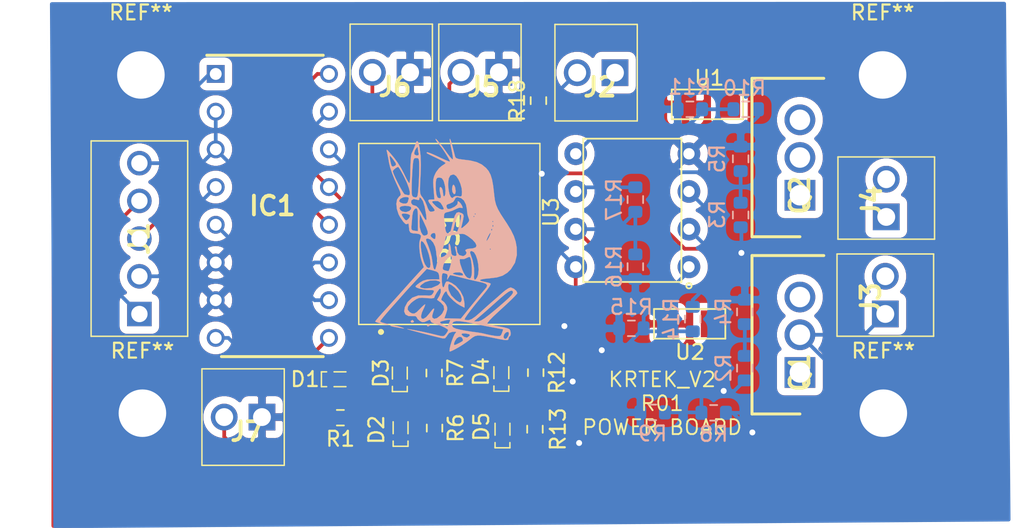
<source format=kicad_pcb>
(kicad_pcb (version 20171130) (host pcbnew "(5.1.10)-1")
  (title_block (title KRTEK_V2) (rev V01) (comment 4 "Author: William Cottier"))
  (layers (0 F.Cu signal) (31 B.Cu signal) (34 B.Paste user) (35 F.Paste user) (36 B.SilkS user) (37 F.SilkS user) (38 B.Mask user) (39 F.Mask user) (44 Edge.Cuts user))
  (net 0 "")
  (net 1 "Net-(D1-Pad2)")
  (net 2 GND)
  (net 3 "Net-(D2-Pad2)")
  (net 4 "Net-(D3-Pad2)")
  (net 5 "Net-(D4-Pad2)")
  (net 6 "Net-(D5-Pad2)")
  (net 7 PYRO1IN)
  (net 8 GNDIN)
  (net 9 PYRO2IN)
  (net 10 BUZZ1)
  (net 11 BUZZ2)
  (net 12 BUZZ2IN)
  (net 13 BUZZ1IN)
  (net 14 VCC)
  (net 15 OPTO2)
  (net 16 OPTO1)
  (net 17 PYRO1)
  (net 18 PYRO2)
  (net 19 VINSERVO2)
  (net 20 VINSERVO1)
  (net 21 "Net-(PS1-PadE1)")
  (net 22 "Net-(PS1-PadE2)")
  (net 23 "Net-(PS1-PadE5)")
  (net 24 FUSE1)
  (net 25 "Net-(Q1-Pad1)")
  (net 26 "Net-(Q2-Pad1)")
  (net 27 FUSE2)
  (net 28 AMP1)
  (net 29 AMP2)
  (net 30 "Net-(R14-Pad1)")
  (net 31 "Net-(R17-Pad1)")
  (net 32 PYROTERMIN)
  (module MountingHole:MountingHole_3.2mm_M3 (layer F.Cu) (at 98.5332 83.57)
    (fp_text reference REF** (at 0 -4.2) (layer F.SilkS))
    (fp_text value MountingHole_3.2mm_M3)
    (pad 1 np_thru_hole circle (at 0 0) (size 3.2 3.2) (drill 3.2) (layers *.Cu *.Mask))
  )
  (module MountingHole:MountingHole_3.2mm_M3 (layer F.Cu) (at 98.6348 106.3538)
    (fp_text reference REF** (at 0 -4.2) (layer F.SilkS))
    (fp_text value MountingHole_3.2mm_M3)
    (pad 1 np_thru_hole circle (at 0 0) (size 3.2 3.2) (drill 3.2) (layers *.Cu *.Mask))
  )
  (module MountingHole:MountingHole_3.2mm_M3 (layer F.Cu) (at 148.495 106.3538)
    (fp_text reference REF** (at 0 -4.2) (layer F.SilkS))
    (fp_text value MountingHole_3.2mm_M3)
    (pad 1 np_thru_hole circle (at 0 0) (size 3.2 3.2) (drill 3.2) (layers *.Cu *.Mask))
  )
  (module MountingHole:MountingHole_3.2mm_M3 (layer F.Cu) (at 148.4442 83.57)
    (fp_text reference REF** (at 0 -4.2) (layer F.SilkS))
    (fp_text value MountingHole_3.2mm_M3)
    (pad 1 np_thru_hole circle (at 0 0) (size 3.2 3.2) (drill 3.2) (layers *.Cu *.Mask))
  )
  (module SamacSys_Parts:TO254P483X1016X1994-3P (layer F.Cu) (at 142.8816 91.6726 90)
    (fp_text reference Q2 (at 0 0 90) (layer F.SilkS) (effects (font (size 1.27 1.27) (thickness 0.254))))
    (fp_text value IRL40B212 hide)
    (pad 1 thru_hole rect (at 0 0 90) (size 2.07 2.07) (drill 1.38) (layers *.Cu *.Mask) (net 26 "Net-(Q2-Pad1)"))
    (pad 2 thru_hole circle (at 2.54 0 90) (size 2.07 2.07) (drill 1.38) (layers *.Cu *.Mask) (net 18 PYRO2))
    (pad 3 thru_hole circle (at 5.08 0 90) (size 2.07 2.07) (drill 1.38) (layers *.Cu *.Mask) (net 27 FUSE2))
  )
  (module KRTEK_V2:b_smol_KRTEK_LOGO (layer B.Cu) (at 118.9548 94.9238 180)
    (fp_text reference G*** hide)
    (fp_text value LOGO hide)
  )
  (module SamacSys_Parts:DIP762W60P254L2030H430Q16N (layer F.Cu) (at 107.3785 92.3925)
    (fp_text reference IC1 (at 0 0) (layer F.SilkS) (effects (font (size 1.27 1.27) (thickness 0.254))))
    (fp_text value ILQ30 hide)
    (pad 1 thru_hole rect (at -3.81 -8.89) (size 1.2 1.2) (drill 0.8) (layers *.Cu *.Mask) (net 7 PYRO1IN))
    (pad 2 thru_hole circle (at -3.81 -6.35) (size 1.2 1.2) (drill 0.8) (layers *.Cu *.Mask) (net 8 GNDIN))
    (pad 3 thru_hole circle (at -3.81 -3.81) (size 1.2 1.2) (drill 0.8) (layers *.Cu *.Mask) (net 8 GNDIN))
    (pad 4 thru_hole circle (at -3.81 -1.27) (size 1.2 1.2) (drill 0.8) (layers *.Cu *.Mask) (net 9 PYRO2IN))
    (pad 5 thru_hole circle (at -3.81 1.27) (size 1.2 1.2) (drill 0.8) (layers *.Cu *.Mask) (net 10 BUZZ1))
    (pad 6 thru_hole circle (at -3.81 3.81) (size 1.2 1.2) (drill 0.8) (layers *.Cu *.Mask) (net 2 GND))
    (pad 7 thru_hole circle (at -3.81 6.35) (size 1.2 1.2) (drill 0.8) (layers *.Cu *.Mask) (net 2 GND))
    (pad 8 thru_hole circle (at -3.81 8.89) (size 1.2 1.2) (drill 0.8) (layers *.Cu *.Mask) (net 11 BUZZ2))
    (pad 9 thru_hole circle (at 3.81 8.89) (size 1.2 1.2) (drill 0.8) (layers *.Cu *.Mask) (net 12 BUZZ2IN))
    (pad 10 thru_hole circle (at 3.81 6.35) (size 1.2 1.2) (drill 0.8) (layers *.Cu *.Mask) (net 8 GNDIN))
    (pad 11 thru_hole circle (at 3.81 3.81) (size 1.2 1.2) (drill 0.8) (layers *.Cu *.Mask) (net 8 GNDIN))
    (pad 12 thru_hole circle (at 3.81 1.27) (size 1.2 1.2) (drill 0.8) (layers *.Cu *.Mask) (net 13 BUZZ1IN))
    (pad 13 thru_hole circle (at 3.81 -1.27) (size 1.2 1.2) (drill 0.8) (layers *.Cu *.Mask) (net 14 VCC))
    (pad 14 thru_hole circle (at 3.81 -3.81) (size 1.2 1.2) (drill 0.8) (layers *.Cu *.Mask) (net 15 OPTO2))
    (pad 15 thru_hole circle (at 3.81 -6.35) (size 1.2 1.2) (drill 0.8) (layers *.Cu *.Mask) (net 16 OPTO1))
    (pad 16 thru_hole circle (at 3.81 -8.89) (size 1.2 1.2) (drill 0.8) (layers *.Cu *.Mask) (net 14 VCC))
  )
  (module SamacSys_Parts:282834-2_1 (layer F.Cu) (at 116.65 83.3962 180)
    (fp_text reference J6 (at 1.016 -0.976) (layer F.SilkS) (effects (font (size 1.27 1.27) (thickness 0.254))))
    (fp_text value Servo1 hide)
    (pad 1 thru_hole rect (at 0 0 180) (size 1.8 1.8) (drill 1.2) (layers *.Cu *.Mask) (net 2 GND))
    (pad 2 thru_hole circle (at 2.54 0 180) (size 1.8 1.8) (drill 1.2) (layers *.Cu *.Mask) (net 20 VINSERVO1))
  )
  (module SamacSys_Parts:282834-2_1 (layer F.Cu) (at 130.4356 83.4176 180)
    (fp_text reference J2 (at 1.016 -0.976) (layer F.SilkS) (effects (font (size 1.27 1.27) (thickness 0.254))))
    (fp_text value ARM hide)
    (pad 1 thru_hole rect (at 0 0 180) (size 1.8 1.8) (drill 1.2) (layers *.Cu *.Mask) (net 32 PYROTERMIN))
    (pad 2 thru_hole circle (at 2.54 0 180) (size 1.8 1.8) (drill 1.2) (layers *.Cu *.Mask) (net 14 VCC))
  )
  (module SamacSys_Parts:282834-2_1 (layer F.Cu) (at 122.619 83.3962 180)
    (fp_text reference J5 (at 1.016 -0.976) (layer F.SilkS) (effects (font (size 1.27 1.27) (thickness 0.254))))
    (fp_text value Servo2 hide)
    (pad 2 thru_hole circle (at 2.54 0 180) (size 1.8 1.8) (drill 1.2) (layers *.Cu *.Mask) (net 19 VINSERVO2))
    (pad 1 thru_hole rect (at 0 0 180) (size 1.8 1.8) (drill 1.2) (layers *.Cu *.Mask) (net 2 GND))
  )
  (module SamacSys_Parts:282834-2_1 (layer F.Cu) (at 148.6916 93.1331 90)
    (fp_text reference J4 (at 1.016 -0.976 90) (layer F.SilkS) (effects (font (size 1.27 1.27) (thickness 0.254))))
    (fp_text value Pyro2 hide)
    (pad 1 thru_hole rect (at 0 0 90) (size 1.8 1.8) (drill 1.2) (layers *.Cu *.Mask) (net 18 PYRO2))
    (pad 2 thru_hole circle (at 2.54 0 90) (size 1.8 1.8) (drill 1.2) (layers *.Cu *.Mask) (net 32 PYROTERMIN))
  )
  (module SamacSys_Parts:282834-2_1 (layer F.Cu) (at 106.68 106.6165 180)
    (fp_text reference J7 (at 1.016 -0.976) (layer F.SilkS) (effects (font (size 1.27 1.27) (thickness 0.254))))
    (fp_text value Batt hide)
    (pad 2 thru_hole circle (at 2.54 0 180) (size 1.8 1.8) (drill 1.2) (layers *.Cu *.Mask) (net 14 VCC))
    (pad 1 thru_hole rect (at 0 0 180) (size 1.8 1.8) (drill 1.2) (layers *.Cu *.Mask) (net 2 GND))
  )
  (module SamacSys_Parts:2828345 (layer F.Cu) (at 98.4316 99.6736 90)
    (fp_text reference J1 (at 5.08 0 90) (layer F.SilkS) (effects (font (size 1.27 1.27) (thickness 0.254))))
    (fp_text value EXTIN hide)
    (pad 1 thru_hole rect (at 0 0 90) (size 1.65 1.65) (drill 1.1) (layers *.Cu *.Mask) (net 7 PYRO1IN))
    (pad 2 thru_hole circle (at 2.54 0 90) (size 1.65 1.65) (drill 1.1) (layers *.Cu *.Mask) (net 9 PYRO2IN))
    (pad 3 thru_hole circle (at 5.08 0 90) (size 1.65 1.65) (drill 1.1) (layers *.Cu *.Mask) (net 13 BUZZ1IN))
    (pad 4 thru_hole circle (at 7.62 0 90) (size 1.65 1.65) (drill 1.1) (layers *.Cu *.Mask) (net 12 BUZZ2IN))
    (pad 5 thru_hole circle (at 10.16 0 90) (size 1.65 1.65) (drill 1.1) (layers *.Cu *.Mask) (net 8 GNDIN))
  )
  (module SamacSys_Parts:282834-2_1 (layer F.Cu) (at 148.6281 99.6696 90)
    (fp_text reference J3 (at 1.016 -0.976 90) (layer F.SilkS) (effects (font (size 1.27 1.27) (thickness 0.254))))
    (fp_text value Pyro1 hide)
    (pad 2 thru_hole circle (at 2.54 0 90) (size 1.8 1.8) (drill 1.2) (layers *.Cu *.Mask) (net 32 PYROTERMIN))
    (pad 1 thru_hole rect (at 0 0 90) (size 1.8 1.8) (drill 1.2) (layers *.Cu *.Mask) (net 17 PYRO1))
  )
  (module KRTEK_V2:AS358AP-PDIP-8 (layer F.Cu) (at 131.604 92.6886 90)
    (fp_text reference U3 (at -0.127 -5.469 90) (layer F.SilkS))
    (fp_text value AS358AP)
    (pad 1 thru_hole circle (at -3.81 3.81 90) (size 1.524 1.524) (drill 0.762) (layers *.Cu *.Mask) (net 10 BUZZ1))
    (pad 2 thru_hole circle (at -1.27 3.81 90) (size 1.524 1.524) (drill 0.762) (layers *.Cu *.Mask) (net 30 "Net-(R14-Pad1)"))
    (pad 3 thru_hole circle (at 1.27 3.81 90) (size 1.524 1.524) (drill 0.762) (layers *.Cu *.Mask) (net 28 AMP1))
    (pad 4 thru_hole circle (at 3.81 3.81 90) (size 1.524 1.524) (drill 0.762) (layers *.Cu *.Mask) (net 2 GND))
    (pad 5 thru_hole circle (at 3.81 -3.81 90) (size 1.524 1.524) (drill 0.762) (layers *.Cu *.Mask) (net 29 AMP2))
    (pad 6 thru_hole circle (at 1.27 -3.81 90) (size 1.524 1.524) (drill 0.762) (layers *.Cu *.Mask) (net 31 "Net-(R17-Pad1)"))
    (pad 7 thru_hole circle (at -1.27 -3.81 90) (size 1.524 1.524) (drill 0.762) (layers *.Cu *.Mask) (net 11 BUZZ2))
    (pad 8 thru_hole circle (at -3.81 -3.81 90) (size 1.524 1.524) (drill 0.762) (layers *.Cu *.Mask) (net 14 VCC))
  )
  (module digikey-footprints:LED_2-SMD_No_Lead_1.7x0.8mm (layer F.Cu) (at 111.931 104.0678)
    (fp_text reference D1 (at -2.3488 0) (layer F.SilkS))
    (fp_text value RED)
    (pad 2 smd rect (at 0.75 0) (size 0.8 0.8) (layers F.Cu F.Paste F.Mask) (net 1 "Net-(D1-Pad2)"))
    (pad 1 smd rect (at -0.75 0) (size 0.8 0.8) (layers F.Cu F.Paste F.Mask) (net 2 GND))
  )
  (module digikey-footprints:LED_2-SMD_No_Lead_1.7x0.8mm (layer F.Cu) (at 116.0084 107.3324 90)
    (fp_text reference D2 (at -0.139 -1.6256 90) (layer F.SilkS))
    (fp_text value YELLOW)
    (pad 1 smd rect (at -0.75 0 90) (size 0.8 0.8) (layers F.Cu F.Paste F.Mask) (net 2 GND))
    (pad 2 smd rect (at 0.75 0 90) (size 0.8 0.8) (layers F.Cu F.Paste F.Mask) (net 3 "Net-(D2-Pad2)"))
  )
  (module digikey-footprints:LED_2-SMD_No_Lead_1.7x0.8mm (layer F.Cu) (at 115.9576 103.6494 90)
    (fp_text reference D3 (at -0.012 -1.27 90) (layer F.SilkS))
    (fp_text value YELLOW)
    (pad 2 smd rect (at 0.75 0 90) (size 0.8 0.8) (layers F.Cu F.Paste F.Mask) (net 4 "Net-(D3-Pad2)"))
    (pad 1 smd rect (at -0.75 0 90) (size 0.8 0.8) (layers F.Cu F.Paste F.Mask) (net 2 GND))
  )
  (module digikey-footprints:LED_2-SMD_No_Lead_1.7x0.8mm (layer F.Cu) (at 122.7902 103.624 90)
    (fp_text reference D4 (at 0.0642 -1.3716 90) (layer F.SilkS))
    (fp_text value GREEN)
    (pad 1 smd rect (at -0.75 0 90) (size 0.8 0.8) (layers F.Cu F.Paste F.Mask) (net 2 GND))
    (pad 2 smd rect (at 0.75 0 90) (size 0.8 0.8) (layers F.Cu F.Paste F.Mask) (net 5 "Net-(D4-Pad2)"))
  )
  (module digikey-footprints:LED_2-SMD_No_Lead_1.7x0.8mm (layer F.Cu) (at 122.8664 107.434 90)
    (fp_text reference D5 (at 0.1658 -1.4224 90) (layer F.SilkS))
    (fp_text value GREEN)
    (pad 2 smd rect (at 0.75 0 90) (size 0.8 0.8) (layers F.Cu F.Paste F.Mask) (net 6 "Net-(D5-Pad2)"))
    (pad 1 smd rect (at -0.75 0 90) (size 0.8 0.8) (layers F.Cu F.Paste F.Mask) (net 2 GND))
  )
  (module SamacSys_Parts:RPM5060 (layer F.Cu) (at 119.289 94.2808 90)
    (fp_text reference PS1 (at -0.303 0 90) (layer F.SilkS) (effects (font (size 1.27 1.27) (thickness 0.254))))
    (fp_text value RPM5.0-6.0 hide)
    (pad A1 smd rect (at -4.58 -4.58 180) (size 1.06 1.06) (layers F.Cu F.Paste F.Mask) (net 14 VCC))
    (pad A2 smd rect (at -2.29 -4.58 180) (size 1.06 1.06) (layers F.Cu F.Paste F.Mask) (net 14 VCC))
    (pad A3 smd rect (at 0 -4.58 180) (size 1.06 1.06) (layers F.Cu F.Paste F.Mask) (net 2 GND))
    (pad A4 smd rect (at 2.29 -4.58 180) (size 1.06 1.06) (layers F.Cu F.Paste F.Mask) (net 2 GND))
    (pad A5 smd rect (at 4.58 -4.58 180) (size 1.06 1.06) (layers F.Cu F.Paste F.Mask) (net 20 VINSERVO1))
    (pad B1 smd rect (at -4.58 -2.29 180) (size 1.06 1.06) (layers F.Cu F.Paste F.Mask) (net 2 GND))
    (pad B2 smd rect (at -2.29 -2.29 180) (size 1.06 1.06) (layers F.Cu F.Paste F.Mask) (net 2 GND))
    (pad B3 smd rect (at 0 -2.29 180) (size 1.06 1.06) (layers F.Cu F.Paste F.Mask) (net 2 GND))
    (pad B4 smd rect (at 2.29 -2.29 180) (size 1.06 1.06) (layers F.Cu F.Paste F.Mask) (net 2 GND))
    (pad B5 smd rect (at 4.58 -2.29 180) (size 1.06 1.06) (layers F.Cu F.Paste F.Mask) (net 19 VINSERVO2))
    (pad C1 smd rect (at -4.58 0 180) (size 1.06 1.06) (layers F.Cu F.Paste F.Mask) (net 14 VCC))
    (pad C2 smd rect (at -2.29 0 180) (size 1.06 1.06) (layers F.Cu F.Paste F.Mask) (net 2 GND))
    (pad C3 smd rect (at 0 0 180) (size 1.06 1.06) (layers F.Cu F.Paste F.Mask) (net 2 GND))
    (pad C4 smd rect (at 2.29 0 180) (size 1.06 1.06) (layers F.Cu F.Paste F.Mask) (net 2 GND))
    (pad C5 smd rect (at 4.58 0 180) (size 1.06 1.06) (layers F.Cu F.Paste F.Mask) (net 19 VINSERVO2))
    (pad D1 smd rect (at -4.58 2.29 180) (size 1.06 1.06) (layers F.Cu F.Paste F.Mask) (net 14 VCC))
    (pad D2 smd rect (at -2.29 2.29 180) (size 1.06 1.06) (layers F.Cu F.Paste F.Mask) (net 2 GND))
    (pad D3 smd rect (at 0 2.29 180) (size 1.06 1.06) (layers F.Cu F.Paste F.Mask) (net 2 GND))
    (pad D4 smd rect (at 2.29 2.29 180) (size 1.06 1.06) (layers F.Cu F.Paste F.Mask) (net 2 GND))
    (pad D5 smd rect (at 4.58 2.29 180) (size 1.06 1.06) (layers F.Cu F.Paste F.Mask) (net 2 GND))
    (pad E1 smd rect (at -4.58 4.58 180) (size 1.06 1.06) (layers F.Cu F.Paste F.Mask) (net 21 "Net-(PS1-PadE1)"))
    (pad E2 smd rect (at -2.29 4.58 180) (size 1.06 1.06) (layers F.Cu F.Paste F.Mask) (net 22 "Net-(PS1-PadE2)"))
    (pad E3 smd rect (at 0 4.58 180) (size 1.06 1.06) (layers F.Cu F.Paste F.Mask) (net 2 GND))
    (pad E4 smd rect (at 2.29 4.58 180) (size 1.06 1.06) (layers F.Cu F.Paste F.Mask) (net 2 GND))
    (pad E5 smd rect (at 4.58 4.58 180) (size 1.06 1.06) (layers F.Cu F.Paste F.Mask) (net 23 "Net-(PS1-PadE5)"))
  )
  (module SamacSys_Parts:TO254P483X1016X1994-3P (layer F.Cu) (at 142.8816 103.6106 90)
    (fp_text reference Q1 (at 0 0 90) (layer F.SilkS) (effects (font (size 1.27 1.27) (thickness 0.254))))
    (fp_text value IRL40B212 hide)
    (pad 3 thru_hole circle (at 5.08 0 90) (size 2.07 2.07) (drill 1.38) (layers *.Cu *.Mask) (net 24 FUSE1))
    (pad 2 thru_hole circle (at 2.54 0 90) (size 2.07 2.07) (drill 1.38) (layers *.Cu *.Mask) (net 17 PYRO1))
    (pad 1 thru_hole rect (at 0 0 90) (size 2.07 2.07) (drill 1.38) (layers *.Cu *.Mask) (net 25 "Net-(Q1-Pad1)"))
  )
  (module KRTEK_V2:SF-1206HH10M-2 (layer F.Cu) (at 136.6568 85.5512 180)
    (fp_text reference U1 (at -0.127 1.778) (layer F.SilkS))
    (fp_text value SF-1206HH10M-2)
    (pad 1 smd rect (at -1.475 0 180) (size 1.45 1.8) (layers F.Cu F.Paste F.Mask) (net 27 FUSE2))
    (pad 2 smd rect (at 1.475 0 180) (size 1.45 1.8) (layers F.Cu F.Paste F.Mask) (net 2 GND))
  )
  (module KRTEK_V2:SF-1206HH10M-2 (layer F.Cu) (at 135.463 100.334 180)
    (fp_text reference U2 (at -0.0236 -1.905) (layer F.SilkS))
    (fp_text value SF-1206HH10M-2)
    (pad 2 smd rect (at 1.475 0 180) (size 1.45 1.8) (layers F.Cu F.Paste F.Mask) (net 2 GND))
    (pad 1 smd rect (at -1.475 0 180) (size 1.45 1.8) (layers F.Cu F.Paste F.Mask) (net 24 FUSE1))
  )
  (module Resistor_SMD:R_0603_1608Metric (layer F.Cu) (at 111.9566 106.6586 180)
    (fp_text reference R1 (at 0 -1.43) (layer F.SilkS))
    (fp_text value 740)
    (pad 2 smd roundrect (at 0.825 0 180) (size 0.8 0.95) (layers F.Cu F.Paste F.Mask) (net 14 VCC))
    (pad 1 smd roundrect (at -0.825 0 180) (size 0.8 0.95) (layers F.Cu F.Paste F.Mask) (net 1 "Net-(D1-Pad2)"))
  )
  (module Resistor_SMD:R_0603_1608Metric (layer B.Cu) (at 139.1732 103.318 270)
    (fp_text reference R2 (at 0 1.43 90) (layer B.SilkS) (effects (justify mirror)))
    (fp_text value 500)
    (pad 2 smd roundrect (at 0.825 0 270) (size 0.8 0.95) (layers B.Cu B.Paste B.Mask) (net 16 OPTO1))
    (pad 1 smd roundrect (at -0.825 0 270) (size 0.8 0.95) (layers B.Cu B.Paste B.Mask) (net 25 "Net-(Q1-Pad1)"))
  )
  (module Resistor_SMD:R_0603_1608Metric (layer B.Cu) (at 138.8938 93.0056 270)
    (fp_text reference R3 (at -0.0376 1.5748 90) (layer B.SilkS) (effects (justify mirror)))
    (fp_text value 500)
    (pad 2 smd roundrect (at 0.825 0 270) (size 0.8 0.95) (layers B.Cu B.Paste B.Mask) (net 15 OPTO2))
    (pad 1 smd roundrect (at -0.825 0 270) (size 0.8 0.95) (layers B.Cu B.Paste B.Mask) (net 26 "Net-(Q2-Pad1)"))
  )
  (module Resistor_SMD:R_0603_1608Metric (layer B.Cu) (at 139.1732 99.5334 270)
    (fp_text reference R4 (at 0 1.43 90) (layer B.SilkS) (effects (justify mirror)))
    (fp_text value 10k)
    (pad 1 smd roundrect (at -0.825 0 270) (size 0.8 0.95) (layers B.Cu B.Paste B.Mask) (net 2 GND))
    (pad 2 smd roundrect (at 0.825 0 270) (size 0.8 0.95) (layers B.Cu B.Paste B.Mask) (net 25 "Net-(Q1-Pad1)"))
  )
  (module Resistor_SMD:R_0603_1608Metric (layer B.Cu) (at 138.8938 89.221 270)
    (fp_text reference R5 (at -0.0122 1.5748 90) (layer B.SilkS) (effects (justify mirror)))
    (fp_text value 10k)
    (pad 1 smd roundrect (at -0.825 0 270) (size 0.8 0.95) (layers B.Cu B.Paste B.Mask) (net 2 GND))
    (pad 2 smd roundrect (at 0.825 0 270) (size 0.8 0.95) (layers B.Cu B.Paste B.Mask) (net 26 "Net-(Q2-Pad1)"))
  )
  (module Resistor_SMD:R_0603_1608Metric (layer F.Cu) (at 118.2944 107.3566 270)
    (fp_text reference R6 (at 0 -1.43 90) (layer F.SilkS))
    (fp_text value 740)
    (pad 1 smd roundrect (at -0.825 0 270) (size 0.8 0.95) (layers F.Cu F.Paste F.Mask) (net 3 "Net-(D2-Pad2)"))
    (pad 2 smd roundrect (at 0.825 0 270) (size 0.8 0.95) (layers F.Cu F.Paste F.Mask) (net 17 PYRO1))
  )
  (module Resistor_SMD:R_0603_1608Metric (layer F.Cu) (at 118.269 103.6482 270)
    (fp_text reference R7 (at 0 -1.43 90) (layer F.SilkS))
    (fp_text value 740)
    (pad 2 smd roundrect (at 0.825 0 270) (size 0.8 0.95) (layers F.Cu F.Paste F.Mask) (net 18 PYRO2))
    (pad 1 smd roundrect (at -0.825 0 270) (size 0.8 0.95) (layers F.Cu F.Paste F.Mask) (net 4 "Net-(D3-Pad2)"))
  )
  (module Resistor_SMD:R_0603_1608Metric (layer B.Cu) (at 137.0772 106.3284)
    (fp_text reference R8 (at 0 1.43) (layer B.SilkS) (effects (justify mirror)))
    (fp_text value 34k)
    (pad 2 smd roundrect (at 0.825 0) (size 0.8 0.95) (layers B.Cu B.Paste B.Mask) (net 17 PYRO1))
    (pad 1 smd roundrect (at -0.825 0) (size 0.8 0.95) (layers B.Cu B.Paste B.Mask) (net 28 AMP1))
  )
  (module Resistor_SMD:R_0603_1608Metric (layer B.Cu) (at 132.9695 106.299)
    (fp_text reference R9 (at 0 1.43) (layer B.SilkS) (effects (justify mirror)))
    (fp_text value 66k)
    (pad 1 smd roundrect (at -0.825 0) (size 0.8 0.95) (layers B.Cu B.Paste B.Mask) (net 2 GND))
    (pad 2 smd roundrect (at 0.825 0) (size 0.8 0.95) (layers B.Cu B.Paste B.Mask) (net 28 AMP1))
  )
  (module Resistor_SMD:R_0603_1608Metric (layer B.Cu) (at 139.2362 85.8814)
    (fp_text reference R10 (at -0.0884 -1.4224) (layer B.SilkS) (effects (justify mirror)))
    (fp_text value 34k)
    (pad 2 smd roundrect (at 0.825 0) (size 0.8 0.95) (layers B.Cu B.Paste B.Mask) (net 18 PYRO2))
    (pad 1 smd roundrect (at -0.825 0) (size 0.8 0.95) (layers B.Cu B.Paste B.Mask) (net 29 AMP2))
  )
  (module Resistor_SMD:R_0603_1608Metric (layer B.Cu) (at 135.478 85.8814)
    (fp_text reference R11 (at -0.0132 -1.4986) (layer B.SilkS) (effects (justify mirror)))
    (fp_text value 66k)
    (pad 1 smd roundrect (at -0.825 0) (size 0.8 0.95) (layers B.Cu B.Paste B.Mask) (net 2 GND))
    (pad 2 smd roundrect (at 0.825 0) (size 0.8 0.95) (layers B.Cu B.Paste B.Mask) (net 29 AMP2))
  )
  (module Resistor_SMD:R_0603_1608Metric (layer F.Cu) (at 125.1016 103.6228 270)
    (fp_text reference R12 (at 0 -1.43 90) (layer F.SilkS))
    (fp_text value 740)
    (pad 2 smd roundrect (at 0.825 0 270) (size 0.8 0.95) (layers F.Cu F.Paste F.Mask) (net 10 BUZZ1))
    (pad 1 smd roundrect (at -0.825 0 270) (size 0.8 0.95) (layers F.Cu F.Paste F.Mask) (net 5 "Net-(D4-Pad2)"))
  )
  (module Resistor_SMD:R_0603_1608Metric (layer F.Cu) (at 125.0508 107.4328 270)
    (fp_text reference R13 (at 0.002 -1.5494 90) (layer F.SilkS))
    (fp_text value 740)
    (pad 1 smd roundrect (at -0.825 0 270) (size 0.8 0.95) (layers F.Cu F.Paste F.Mask) (net 6 "Net-(D5-Pad2)"))
    (pad 2 smd roundrect (at 0.825 0 270) (size 0.8 0.95) (layers F.Cu F.Paste F.Mask) (net 11 BUZZ2))
  )
  (module Resistor_SMD:R_0603_1608Metric (layer B.Cu) (at 135.668 100.016 270)
    (fp_text reference R14 (at 0 1.43 90) (layer B.SilkS) (effects (justify mirror)))
    (fp_text value 10k)
    (pad 1 smd roundrect (at -0.825 0 270) (size 0.8 0.95) (layers B.Cu B.Paste B.Mask) (net 30 "Net-(R14-Pad1)"))
    (pad 2 smd roundrect (at 0.825 0 270) (size 0.8 0.95) (layers B.Cu B.Paste B.Mask) (net 10 BUZZ1))
  )
  (module Resistor_SMD:R_0603_1608Metric (layer B.Cu) (at 131.54 100.6388 180)
    (fp_text reference R15 (at 0 1.43) (layer B.SilkS) (effects (justify mirror)))
    (fp_text value 10k)
    (pad 2 smd roundrect (at 0.825 0 180) (size 0.8 0.95) (layers B.Cu B.Paste B.Mask) (net 2 GND))
    (pad 1 smd roundrect (at -0.825 0 180) (size 0.8 0.95) (layers B.Cu B.Paste B.Mask) (net 10 BUZZ1))
  )
  (module Resistor_SMD:R_0603_1608Metric (layer B.Cu) (at 131.8072 96.4854 270)
    (fp_text reference R16 (at 0 1.43 90) (layer B.SilkS) (effects (justify mirror)))
    (fp_text value 10k)
    (pad 1 smd roundrect (at -0.825 0 270) (size 0.8 0.95) (layers B.Cu B.Paste B.Mask) (net 11 BUZZ2))
    (pad 2 smd roundrect (at 0.825 0 270) (size 0.8 0.95) (layers B.Cu B.Paste B.Mask) (net 2 GND))
  )
  (module Resistor_SMD:R_0603_1608Metric (layer B.Cu) (at 131.8072 91.9652 270)
    (fp_text reference R17 (at 0 1.43 90) (layer B.SilkS) (effects (justify mirror)))
    (fp_text value 10k)
    (pad 2 smd roundrect (at 0.825 0 270) (size 0.8 0.95) (layers B.Cu B.Paste B.Mask) (net 11 BUZZ2))
    (pad 1 smd roundrect (at -0.825 0 270) (size 0.8 0.95) (layers B.Cu B.Paste B.Mask) (net 31 "Net-(R17-Pad1)"))
  )
  (module Resistor_SMD:R_0603_1608Metric (layer F.Cu) (at 125.286 85.3012 90)
    (fp_text reference R18 (at 0 -1.43 90) (layer F.SilkS))
    (fp_text value 681k)
    (pad 1 smd roundrect (at -0.825 0 90) (size 0.8 0.95) (layers F.Cu F.Paste F.Mask) (net 23 "Net-(PS1-PadE5)"))
    (pad 2 smd roundrect (at 0.825 0 90) (size 0.8 0.95) (layers F.Cu F.Paste F.Mask) (net 2 GND))
  )
  (gr_text "KRTEK_V2\nR01\nPOWER BOARD" (at 133.6106 105.6934) (layer F.SilkS) (effects (font (size 1 1) (thickness 0.125))))
  (segment (start 112.7816 104.1684) (end 112.681 104.0678) (width 0.25) (layer F.Cu) (net 1))
  (segment (start 112.7816 106.6586) (end 112.7816 104.1684) (width 0.25) (layer F.Cu) (net 1))
  (segment (start 118.2436 106.5824) (end 118.2944 106.5316) (width 0.25) (layer F.Cu) (net 3))
  (segment (start 116.0084 106.5824) (end 118.2436 106.5824) (width 0.25) (layer F.Cu) (net 3))
  (segment (start 118.1928 102.8994) (end 118.269 102.8232) (width 0.25) (layer F.Cu) (net 4))
  (segment (start 115.9576 102.8994) (end 118.1928 102.8994) (width 0.25) (layer F.Cu) (net 4))
  (segment (start 122.8664 102.7978) (end 122.7902 102.874) (width 0.25) (layer F.Cu) (net 5))
  (segment (start 125.1016 102.7978) (end 122.8664 102.7978) (width 0.25) (layer F.Cu) (net 5))
  (segment (start 124.9746 106.684) (end 125.0508 106.6078) (width 0.25) (layer F.Cu) (net 6))
  (segment (start 122.8664 106.684) (end 124.9746 106.684) (width 0.25) (layer F.Cu) (net 6))
  (segment (start 103.5685 83.5025) (end 103.1473 83.5025) (width 0.25) (layer B.Cu) (net 7))
  (segment (start 103.1473 83.5025) (end 99.727 86.9228) (width 0.25) (layer B.Cu) (net 7))
  (segment (start 99.727 86.9228) (end 98.3808 86.9228) (width 0.25) (layer B.Cu) (net 7))
  (segment (start 98.3808 86.9228) (end 96.552 88.7516) (width 0.25) (layer B.Cu) (net 7))
  (segment (start 96.552 97.794) (end 98.4316 99.6736) (width 0.25) (layer B.Cu) (net 7))
  (segment (start 96.552 88.7516) (end 96.552 97.794) (width 0.25) (layer B.Cu) (net 7))
  (segment (start 102.6374 89.5136) (end 103.5685 88.5825) (width 0.25) (layer B.Cu) (net 8))
  (segment (start 98.4316 89.5136) (end 102.6374 89.5136) (width 0.25) (layer B.Cu) (net 8))
  (segment (start 103.5685 88.5825) (end 103.5685 86.0425) (width 0.25) (layer B.Cu) (net 8))
  (segment (start 111.1885 98.7425) (end 110.2259 98.7425) (width 0.25) (layer B.Cu) (net 8))
  (segment (start 107.3978 92.4118) (end 103.5685 88.5825) (width 0.25) (layer B.Cu) (net 8))
  (segment (start 107.3978 95.9144) (end 107.3978 92.4118) (width 0.25) (layer B.Cu) (net 8))
  (segment (start 111.1885 96.2025) (end 110.2085 96.2025) (width 0.25) (layer B.Cu) (net 8))
  (segment (start 110.2085 96.2025) (end 108.9472 97.4638) (width 0.25) (layer B.Cu) (net 8))
  (segment (start 108.9472 97.4638) (end 107.3978 95.9144) (width 0.25) (layer B.Cu) (net 8))
  (segment (start 110.2259 98.7425) (end 108.9472 97.4638) (width 0.25) (layer B.Cu) (net 8))
  (segment (start 98.4316 97.1336) (end 99.727 97.1336) (width 0.25) (layer B.Cu) (net 9))
  (segment (start 99.727 97.1336) (end 101.4288 95.4318) (width 0.25) (layer B.Cu) (net 9))
  (segment (start 101.4288 93.2622) (end 103.5685 91.1225) (width 0.25) (layer B.Cu) (net 9))
  (segment (start 101.4288 95.4318) (end 101.4288 93.2622) (width 0.25) (layer B.Cu) (net 9))
  (via (at 127.5908 104.2202) (size 0.8) (drill 0.4) (layers F.Cu B.Cu) (net 10))
  (segment (start 132.5672 100.841) (end 132.365 100.6388) (width 0.25) (layer B.Cu) (net 10))
  (segment (start 135.668 100.841) (end 132.5672 100.841) (width 0.25) (layer B.Cu) (net 10))
  (segment (start 132.365 100.6388) (end 132.365 99.827) (width 0.25) (layer B.Cu) (net 10))
  (segment (start 135.414 96.778) (end 135.414 96.4986) (width 0.25) (layer B.Cu) (net 10))
  (segment (start 132.365 99.827) (end 135.414 96.778) (width 0.25) (layer B.Cu) (net 10))
  (segment (start 127.3632 104.4478) (end 127.5908 104.2202) (width 0.25) (layer F.Cu) (net 10))
  (segment (start 125.1016 104.4478) (end 127.3632 104.4478) (width 0.25) (layer F.Cu) (net 10))
  (segment (start 128.7836 104.2202) (end 132.365 100.6388) (width 0.25) (layer B.Cu) (net 10))
  (segment (start 127.5908 104.2202) (end 128.7836 104.2202) (width 0.25) (layer B.Cu) (net 10))
  (segment (start 103.5685 93.6625) (end 108.1852 98.2792) (width 0.25) (layer B.Cu) (net 10))
  (segment (start 108.1852 98.2792) (end 108.1852 101.096) (width 0.25) (layer B.Cu) (net 10))
  (segment (start 111.3094 104.2202) (end 127.5908 104.2202) (width 0.25) (layer B.Cu) (net 10))
  (segment (start 108.1852 101.096) (end 111.3094 104.2202) (width 0.25) (layer B.Cu) (net 10))
  (via (at 128.0226 108.3604) (size 0.8) (drill 0.4) (layers F.Cu B.Cu) (net 11))
  (segment (start 131.8072 95.6604) (end 131.8072 92.7902) (width 0.25) (layer B.Cu) (net 11))
  (segment (start 130.6388 93.9586) (end 131.8072 92.7902) (width 0.25) (layer B.Cu) (net 11))
  (segment (start 127.794 93.9586) (end 130.6388 93.9586) (width 0.25) (layer B.Cu) (net 11))
  (segment (start 127.92 108.2578) (end 128.0226 108.3604) (width 0.25) (layer F.Cu) (net 11))
  (segment (start 125.0508 108.2578) (end 127.92 108.2578) (width 0.25) (layer F.Cu) (net 11))
  (segment (start 111.494928 108.3604) (end 128.0226 108.3604) (width 0.25) (layer B.Cu) (net 11))
  (segment (start 104.417028 101.2825) (end 111.494928 108.3604) (width 0.25) (layer B.Cu) (net 11))
  (segment (start 103.5685 101.2825) (end 104.417028 101.2825) (width 0.25) (layer B.Cu) (net 11))
  (segment (start 127.794 93.9586) (end 129.318 95.4826) (width 0.25) (layer F.Cu) (net 11))
  (segment (start 129.318 95.4826) (end 129.318 99.5466) (width 0.25) (layer F.Cu) (net 11))
  (segment (start 128.821599 107.561401) (end 128.0226 108.3604) (width 0.25) (layer F.Cu) (net 11))
  (segment (start 128.821599 100.043001) (end 128.821599 107.561401) (width 0.25) (layer F.Cu) (net 11))
  (segment (start 129.318 99.5466) (end 128.821599 100.043001) (width 0.25) (layer F.Cu) (net 11))
  (segment (start 98.4316 92.0536) (end 96.5774 93.9078) (width 0.25) (layer F.Cu) (net 12))
  (segment (start 96.5774 93.9078) (end 96.5774 101.5024) (width 0.25) (layer F.Cu) (net 12))
  (segment (start 96.5774 101.5024) (end 97.9236 102.8486) (width 0.25) (layer F.Cu) (net 12))
  (segment (start 109.6224 102.8486) (end 111.1885 101.2825) (width 0.25) (layer F.Cu) (net 12))
  (segment (start 97.9236 102.8486) (end 109.6224 102.8486) (width 0.25) (layer F.Cu) (net 12))
  (segment (start 98.4316 94.5936) (end 100.6414 92.3838) (width 0.25) (layer F.Cu) (net 13))
  (segment (start 109.9098 92.3838) (end 111.1885 93.6625) (width 0.25) (layer F.Cu) (net 13))
  (segment (start 100.6414 92.3838) (end 109.9098 92.3838) (width 0.25) (layer F.Cu) (net 13))
  (segment (start 111.1885 91.1225) (end 113.1382 93.0722) (width 0.25) (layer F.Cu) (net 14))
  (segment (start 113.1382 95) (end 114.709 96.5708) (width 0.25) (layer F.Cu) (net 14))
  (segment (start 113.1382 93.0722) (end 113.1382 95) (width 0.25) (layer F.Cu) (net 14))
  (segment (start 114.709 96.5708) (end 114.709 98.8608) (width 0.25) (layer F.Cu) (net 14))
  (segment (start 127.794 96.4986) (end 127.794 98.0226) (width 0.25) (layer F.Cu) (net 14))
  (segment (start 127.794 98.0226) (end 125.5842 100.2324) (width 0.25) (layer F.Cu) (net 14))
  (segment (start 122.9506 100.2324) (end 121.579 98.8608) (width 0.25) (layer F.Cu) (net 14))
  (segment (start 125.5842 100.2324) (end 122.9506 100.2324) (width 0.25) (layer F.Cu) (net 14))
  (segment (start 121.579 98.8608) (end 119.289 98.8608) (width 0.25) (layer F.Cu) (net 14))
  (segment (start 119.289 98.8608) (end 119.289 99.0854) (width 0.25) (layer F.Cu) (net 14))
  (segment (start 119.289 99.0854) (end 118.269 100.1054) (width 0.25) (layer F.Cu) (net 14))
  (segment (start 115.9536 100.1054) (end 114.709 98.8608) (width 0.25) (layer F.Cu) (net 14))
  (segment (start 118.269 100.1054) (end 115.9536 100.1054) (width 0.25) (layer F.Cu) (net 14))
  (segment (start 104.14 106.6165) (end 104.14 107.9474) (width 0.25) (layer F.Cu) (net 14))
  (segment (start 104.14 107.9474) (end 104.9594 108.7668) (width 0.25) (layer F.Cu) (net 14))
  (segment (start 109.0234 108.7668) (end 111.1316 106.6586) (width 0.25) (layer F.Cu) (net 14))
  (segment (start 104.9594 108.7668) (end 109.0234 108.7668) (width 0.25) (layer F.Cu) (net 14))
  (segment (start 109.0234 108.7668) (end 112.9096 108.7668) (width 0.25) (layer F.Cu) (net 14))
  (segment (start 112.9096 108.7668) (end 114.3574 107.319) (width 0.25) (layer F.Cu) (net 14))
  (segment (start 114.3574 107.319) (end 114.3574 101.6548) (width 0.25) (layer F.Cu) (net 14))
  (segment (start 114.709 101.3032) (end 114.709 98.8608) (width 0.25) (layer F.Cu) (net 14))
  (segment (start 114.3574 101.6548) (end 114.709 101.3032) (width 0.25) (layer F.Cu) (net 14))
  (segment (start 127.794 96.4986) (end 126.4732 95.1778) (width 0.25) (layer B.Cu) (net 14))
  (segment (start 126.4732 84.84) (end 127.8956 83.4176) (width 0.25) (layer B.Cu) (net 14))
  (segment (start 126.4732 95.1778) (end 126.4732 84.84) (width 0.25) (layer B.Cu) (net 14))
  (segment (start 111.1885 91.1225) (end 109.0742 89.0082) (width 0.25) (layer F.Cu) (net 14))
  (segment (start 109.0742 89.0082) (end 109.0742 84.84) (width 0.25) (layer F.Cu) (net 14))
  (segment (start 110.4117 83.5025) (end 111.1885 83.5025) (width 0.25) (layer F.Cu) (net 14))
  (segment (start 109.0742 84.84) (end 110.4117 83.5025) (width 0.25) (layer F.Cu) (net 14))
  (via (at 125.508 90.2248) (size 0.8) (drill 0.4) (layers F.Cu B.Cu) (net 15))
  (via (at 138.9446 95.5588) (size 0.8) (drill 0.4) (layers F.Cu B.Cu) (net 15))
  (segment (start 138.9446 93.8814) (end 138.8938 93.8306) (width 0.25) (layer B.Cu) (net 15))
  (segment (start 138.9446 95.5588) (end 138.9446 93.8814) (width 0.25) (layer B.Cu) (net 15))
  (segment (start 125.5334 90.1994) (end 125.508 90.2248) (width 0.25) (layer F.Cu) (net 15))
  (segment (start 130.046038 90.1994) (end 125.5334 90.1994) (width 0.25) (layer F.Cu) (net 15))
  (segment (start 135.126038 95.2794) (end 130.046038 90.1994) (width 0.25) (layer F.Cu) (net 15))
  (segment (start 136.7856 95.2794) (end 135.126038 95.2794) (width 0.25) (layer F.Cu) (net 15))
  (segment (start 137.065 95.5588) (end 136.7856 95.2794) (width 0.25) (layer F.Cu) (net 15))
  (segment (start 138.9446 95.5588) (end 137.065 95.5588) (width 0.25) (layer F.Cu) (net 15))
  (segment (start 112.8308 90.2248) (end 111.1885 88.5825) (width 0.25) (layer B.Cu) (net 15))
  (segment (start 125.508 90.2248) (end 112.8308 90.2248) (width 0.25) (layer B.Cu) (net 15))
  (via (at 129.5466 102.112) (size 0.8) (drill 0.4) (layers F.Cu B.Cu) (net 16))
  (via (at 137.7508 104.8552) (size 0.8) (drill 0.4) (layers F.Cu B.Cu) (net 16))
  (segment (start 111.1885 86.0425) (end 109.1504 88.0806) (width 0.25) (layer B.Cu) (net 16))
  (segment (start 109.1504 88.0806) (end 109.1504 91.19) (width 0.25) (layer B.Cu) (net 16))
  (segment (start 109.1504 91.19) (end 110.3696 92.4092) (width 0.25) (layer B.Cu) (net 16))
  (segment (start 110.3696 92.4092) (end 116.7958 92.4092) (width 0.25) (layer B.Cu) (net 16))
  (segment (start 138.461 104.8552) (end 139.1732 104.143) (width 0.25) (layer B.Cu) (net 16))
  (segment (start 137.7508 104.8552) (end 138.461 104.8552) (width 0.25) (layer B.Cu) (net 16))
  (segment (start 126.4986 102.112) (end 126.3589 101.9723) (width 0.25) (layer B.Cu) (net 16))
  (segment (start 129.5466 102.112) (end 126.4986 102.112) (width 0.25) (layer B.Cu) (net 16))
  (segment (start 126.3589 101.9723) (end 126.4732 102.0866) (width 0.25) (layer B.Cu) (net 16))
  (segment (start 116.7958 92.4092) (end 126.3589 101.9723) (width 0.25) (layer B.Cu) (net 16))
  (segment (start 135.0076 102.112) (end 137.7508 104.8552) (width 0.25) (layer F.Cu) (net 16))
  (segment (start 129.5466 102.112) (end 135.0076 102.112) (width 0.25) (layer F.Cu) (net 16))
  (via (at 139.6812 107.6492) (size 0.8) (drill 0.4) (layers F.Cu B.Cu) (net 17))
  (segment (start 138.3604 106.3284) (end 139.6812 107.6492) (width 0.25) (layer B.Cu) (net 17))
  (segment (start 137.9022 106.3284) (end 138.3604 106.3284) (width 0.25) (layer B.Cu) (net 17))
  (segment (start 139.6812 107.6492) (end 131.6548 107.6492) (width 0.25) (layer F.Cu) (net 17))
  (segment (start 131.6548 107.6492) (end 130.1308 109.1732) (width 0.25) (layer F.Cu) (net 17))
  (segment (start 119.286 109.1732) (end 118.2944 108.1816) (width 0.25) (layer F.Cu) (net 17))
  (segment (start 130.1308 109.1732) (end 119.286 109.1732) (width 0.25) (layer F.Cu) (net 17))
  (segment (start 137.9022 106.3284) (end 143.5928 106.3284) (width 0.25) (layer B.Cu) (net 17))
  (segment (start 143.5928 106.3284) (end 145.0914 104.8298) (width 0.25) (layer B.Cu) (net 17))
  (segment (start 145.0914 103.2804) (end 142.8816 101.0706) (width 0.25) (layer B.Cu) (net 17))
  (segment (start 145.0914 104.8298) (end 145.0914 103.2804) (width 0.25) (layer B.Cu) (net 17))
  (segment (start 147.2271 101.0706) (end 148.6281 99.6696) (width 0.25) (layer B.Cu) (net 17))
  (segment (start 142.8816 101.0706) (end 147.2271 101.0706) (width 0.25) (layer B.Cu) (net 17))
  (via (at 127.032 100.4864) (size 0.8) (drill 0.4) (layers F.Cu B.Cu) (net 18))
  (segment (start 140.0612 85.8814) (end 140.0612 86.365) (width 0.25) (layer B.Cu) (net 18))
  (segment (start 140.0612 86.365) (end 139.1986 87.2276) (width 0.25) (layer B.Cu) (net 18))
  (segment (start 139.1986 87.2276) (end 137.7 87.2276) (width 0.25) (layer B.Cu) (net 18))
  (segment (start 137.7 87.2276) (end 137.2428 87.6848) (width 0.25) (layer B.Cu) (net 18))
  (segment (start 137.2428 87.6848) (end 137.2428 89.3104) (width 0.25) (layer B.Cu) (net 18))
  (segment (start 137.2428 89.3104) (end 136.43 90.1232) (width 0.25) (layer B.Cu) (net 18))
  (segment (start 136.43 90.1232) (end 134.2202 90.1232) (width 0.25) (layer B.Cu) (net 18))
  (segment (start 134.2202 90.1232) (end 133.4582 90.8852) (width 0.25) (layer B.Cu) (net 18))
  (segment (start 133.4582 90.8852) (end 133.4582 97.3368) (width 0.25) (layer B.Cu) (net 18))
  (segment (start 133.4582 97.3368) (end 131.6548 99.1402) (width 0.25) (layer B.Cu) (net 18))
  (segment (start 131.6548 99.1402) (end 128.3528 99.1402) (width 0.25) (layer B.Cu) (net 18))
  (segment (start 128.3528 99.1656) (end 127.032 100.4864) (width 0.25) (layer B.Cu) (net 18))
  (segment (start 128.3528 99.1402) (end 128.3528 99.1656) (width 0.25) (layer B.Cu) (net 18))
  (segment (start 127.032 100.4864) (end 126.3716 101.1468) (width 0.25) (layer F.Cu) (net 18))
  (segment (start 126.3716 101.1468) (end 121.2662 101.1468) (width 0.25) (layer F.Cu) (net 18))
  (segment (start 121.2662 101.1468) (end 119.793 102.62) (width 0.25) (layer F.Cu) (net 18))
  (segment (start 119.793 102.9492) (end 118.269 104.4732) (width 0.25) (layer F.Cu) (net 18))
  (segment (start 119.793 102.62) (end 119.793 102.9492) (width 0.25) (layer F.Cu) (net 18))
  (segment (start 119.289 84.1862) (end 120.079 83.3962) (width 0.25) (layer F.Cu) (net 19))
  (segment (start 119.289 89.7008) (end 119.289 84.1862) (width 0.25) (layer F.Cu) (net 19))
  (segment (start 116.999 89.7008) (end 119.289 89.7008) (width 0.25) (layer F.Cu) (net 19))
  (segment (start 114.709 89.7008) (end 114.709 86.2584) (width 0.25) (layer F.Cu) (net 20))
  (segment (start 114.11 85.6594) (end 114.11 83.3962) (width 0.25) (layer F.Cu) (net 20))
  (segment (start 114.709 86.2584) (end 114.11 85.6594) (width 0.25) (layer F.Cu) (net 20))
  (segment (start 123.869 89.7008) (end 123.869 88.13) (width 0.25) (layer F.Cu) (net 23))
  (segment (start 125.286 86.713) (end 125.286 86.1262) (width 0.25) (layer F.Cu) (net 23))
  (segment (start 123.869 88.13) (end 125.286 86.713) (width 0.25) (layer F.Cu) (net 23))
  (segment (start 139.1732 100.3584) (end 139.1732 102.493) (width 0.25) (layer B.Cu) (net 25))
  (segment (start 138.8938 90.046) (end 138.8938 92.1806) (width 0.25) (layer B.Cu) (net 26))
  (segment (start 136.2228 106.299) (end 136.2522 106.3284) (width 0.25) (layer B.Cu) (net 28))
  (segment (start 133.7945 106.299) (end 136.2228 106.299) (width 0.25) (layer B.Cu) (net 28))
  (segment (start 136.2522 106.3284) (end 136.2522 102.8994) (width 0.25) (layer B.Cu) (net 28))
  (segment (start 136.2522 102.8994) (end 137.5984 101.5532) (width 0.25) (layer B.Cu) (net 28))
  (segment (start 137.5984 93.603) (end 135.414 91.4186) (width 0.25) (layer B.Cu) (net 28))
  (segment (start 137.5984 101.5532) (end 137.5984 93.603) (width 0.25) (layer B.Cu) (net 28))
  (segment (start 136.303 85.8814) (end 138.4112 85.8814) (width 0.25) (layer B.Cu) (net 29))
  (segment (start 136.303 85.8814) (end 136.303 86.0592) (width 0.25) (layer B.Cu) (net 29))
  (segment (start 136.303 86.0592) (end 134.8298 87.5324) (width 0.25) (layer B.Cu) (net 29))
  (segment (start 129.1402 87.5324) (end 127.794 88.8786) (width 0.25) (layer B.Cu) (net 29))
  (segment (start 134.8298 87.5324) (end 129.1402 87.5324) (width 0.25) (layer B.Cu) (net 29))
  (segment (start 135.668 99.191) (end 135.668 98.7338) (width 0.25) (layer B.Cu) (net 30))
  (segment (start 135.668 98.7338) (end 136.938 97.4638) (width 0.25) (layer B.Cu) (net 30))
  (segment (start 136.938 95.4826) (end 135.414 93.9586) (width 0.25) (layer B.Cu) (net 30))
  (segment (start 136.938 97.4638) (end 136.938 95.4826) (width 0.25) (layer B.Cu) (net 30))
  (segment (start 128.0724 91.1402) (end 127.794 91.4186) (width 0.25) (layer B.Cu) (net 31))
  (segment (start 131.8072 91.1402) (end 128.0724 91.1402) (width 0.25) (layer B.Cu) (net 31))
  (zone (net 2) (net_name GND) (layer F.Cu) (connect_pads (clearance 0.508)) (min_thickness 0.254) (fill yes (arc_segments 32) (thermal_gap 0.508) (thermal_bridge_width 0.508))
    (polygon (pts (xy 156.9278 113.6182) (xy 92.5134 114.0754) (xy 92.564164 78.997799) (xy 156.5468 78.744)))
    (polygon (pts (xy 92.564164 78.997799) (xy 92.5134 78.998) (xy 92.5642 78.9726)))
  )
  (zone (net 2) (net_name GND) (layer B.Cu) (connect_pads (clearance 0.508)) (min_thickness 0.254) (fill yes (arc_segments 32) (thermal_gap 0.508) (thermal_bridge_width 0.508))
    (polygon (pts (xy 157.0548 113.6436) (xy 92.6404 114.1008) (xy 92.4118 78.744) (xy 92.488 78.6678) (xy 156.75 78.6424)))
  )
)
</source>
